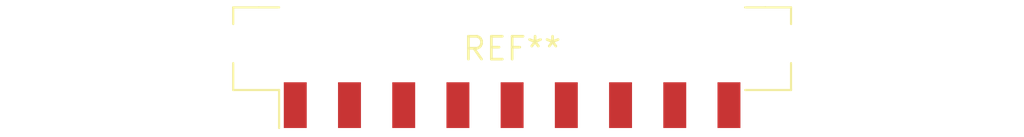
<source format=kicad_pcb>
(kicad_pcb (version 20240108) (generator pcbnew)
  (layers (0 "F.Cu" signal) (31 "B.Cu" signal) (34 "B.Paste" user) (35 "F.Paste" user) (36 "B.SilkS" user "B.Silkscreen") (37 "F.SilkS" user "F.Silkscreen") (38 "B.Mask" user) (39 "F.Mask" user) (44 "Edge.Cuts" user))
  (net 0 "")
  (footprint "Molex_Micro-Fit_3.0_43650-0921_1x09_P3.00mm_Vertical" (layer "F.Cu") (at 0 0)
    (property "Reference" "REF**")
    (property "Value" "Molex_Micro-Fit_3.0_43650-0921_1x09_P3.00mm_Vertical")
    (fp_line (start -15.435 -2.295) (end -14.015 -2.295) (layer "F.SilkS") (stroke (width 0.12)))
    (fp_line (start -15.435 -1.37) (end -15.435 -2.295) (layer "F.SilkS") (stroke (width 0.12)))
    (fp_line (start -15.435 0.8) (end -15.435 2.295) (layer "F.SilkS") (stroke (width 0.12)))
    (fp_line (start -15.435 2.295) (end -12.895 2.295) (layer "F.SilkS") (stroke (width 0.12)))
    (fp_line (start -14.015 -2.295) (end -14.015 -2.295) (layer "F.SilkS") (stroke (width 0.12)))
    (fp_line (start -14.015 -2.295) (end -12.895 -2.295) (layer "F.SilkS") (stroke (width 0.12)))
    (fp_line (start -12.895 2.295) (end -12.895 4.405) (layer "F.SilkS") (stroke (width 0.12)))
    (fp_line (start 14.015 -2.295) (end 12.895 -2.295) (layer "F.SilkS") (stroke (width 0.12)))
    (fp_line (start 14.015 -2.295) (end 14.015 -2.295) (layer "F.SilkS") (stroke (width 0.12)))
    (fp_line (start 15.435 -2.295) (end 14.015 -2.295) (layer "F.SilkS") (stroke (width 0.12)))
    (fp_line (start 15.435 -1.37) (end 15.435 -2.295) (layer "F.SilkS") (stroke (width 0.12)))
    (fp_line (start 15.435 0.8) (end 15.435 2.295) (layer "F.SilkS") (stroke (width 0.12)))
    (fp_line (start 15.435 2.295) (end 12.895 2.295) (layer "F.SilkS") (stroke (width 0.12)))
    (pad "" np_thru_hole circle (at -14.15 -0.285) (size 2.41 2.41) (drill 2.41) (layers *.Cu *.Mask))
    (pad "" np_thru_hole circle (at 14.15 -0.285) (size 2.41 2.41) (drill 2.41) (layers *.Cu *.Mask))
    (pad "1" smd rect (at -12 3.135) (size 1.27 2.54) (layers "F.Cu" "F.Paste" "F.Mask"))
    (pad "2" smd rect (at -9 3.135) (size 1.27 2.54) (layers "F.Cu" "F.Paste" "F.Mask"))
    (pad "3" smd rect (at -6 3.135) (size 1.27 2.54) (layers "F.Cu" "F.Paste" "F.Mask"))
    (pad "4" smd rect (at -3 3.135) (size 1.27 2.54) (layers "F.Cu" "F.Paste" "F.Mask"))
    (pad "5" smd rect (at 0 3.135) (size 1.27 2.54) (layers "F.Cu" "F.Paste" "F.Mask"))
    (pad "6" smd rect (at 3 3.135) (size 1.27 2.54) (layers "F.Cu" "F.Paste" "F.Mask"))
    (pad "7" smd rect (at 6 3.135) (size 1.27 2.54) (layers "F.Cu" "F.Paste" "F.Mask"))
    (pad "8" smd rect (at 9 3.135) (size 1.27 2.54) (layers "F.Cu" "F.Paste" "F.Mask"))
    (pad "9" smd rect (at 12 3.135) (size 1.27 2.54) (layers "F.Cu" "F.Paste" "F.Mask"))
  )
)
</source>
